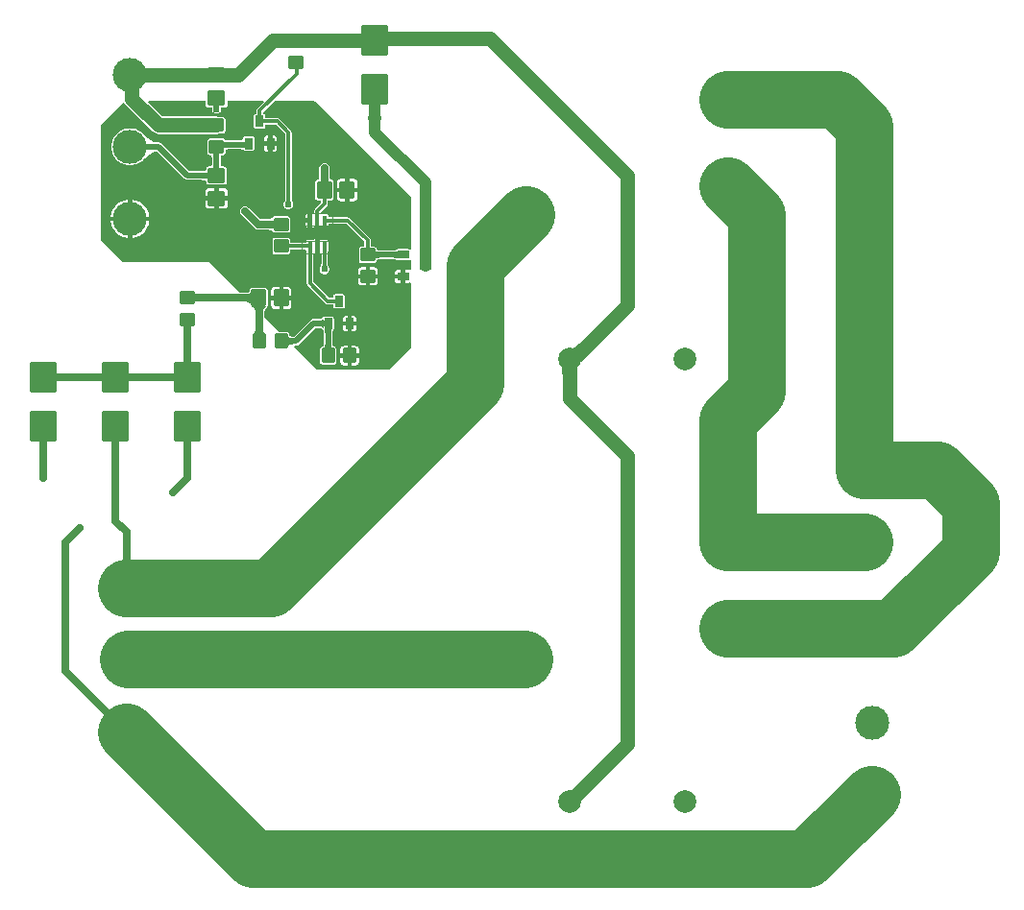
<source format=gtl>
G04*
G04 #@! TF.GenerationSoftware,Altium Limited,Altium Designer,21.3.2 (30)*
G04*
G04 Layer_Physical_Order=1*
G04 Layer_Color=255*
%FSLAX25Y25*%
%MOIN*%
G70*
G04*
G04 #@! TF.SameCoordinates,32D37CD9-B2DB-4459-BEB8-4619D630D6D0*
G04*
G04*
G04 #@! TF.FilePolarity,Positive*
G04*
G01*
G75*
%ADD15C,0.01200*%
%ADD17C,0.00197*%
%ADD18C,0.00394*%
G04:AMPARAMS|DCode=20|XSize=47.24mil|YSize=51.18mil|CornerRadius=3.54mil|HoleSize=0mil|Usage=FLASHONLY|Rotation=0.000|XOffset=0mil|YOffset=0mil|HoleType=Round|Shape=RoundedRectangle|*
%AMROUNDEDRECTD20*
21,1,0.04724,0.04409,0,0,0.0*
21,1,0.04016,0.05118,0,0,0.0*
1,1,0.00709,0.02008,-0.02205*
1,1,0.00709,-0.02008,-0.02205*
1,1,0.00709,-0.02008,0.02205*
1,1,0.00709,0.02008,0.02205*
%
%ADD20ROUNDEDRECTD20*%
G04:AMPARAMS|DCode=21|XSize=96.46mil|YSize=104.33mil|CornerRadius=7.23mil|HoleSize=0mil|Usage=FLASHONLY|Rotation=180.000|XOffset=0mil|YOffset=0mil|HoleType=Round|Shape=RoundedRectangle|*
%AMROUNDEDRECTD21*
21,1,0.09646,0.08986,0,0,180.0*
21,1,0.08199,0.10433,0,0,180.0*
1,1,0.01447,-0.04099,0.04493*
1,1,0.01447,0.04099,0.04493*
1,1,0.01447,0.04099,-0.04493*
1,1,0.01447,-0.04099,-0.04493*
%
%ADD21ROUNDEDRECTD21*%
G04:AMPARAMS|DCode=22|XSize=47.24mil|YSize=51.18mil|CornerRadius=3.54mil|HoleSize=0mil|Usage=FLASHONLY|Rotation=90.000|XOffset=0mil|YOffset=0mil|HoleType=Round|Shape=RoundedRectangle|*
%AMROUNDEDRECTD22*
21,1,0.04724,0.04409,0,0,90.0*
21,1,0.04016,0.05118,0,0,90.0*
1,1,0.00709,0.02205,0.02008*
1,1,0.00709,0.02205,-0.02008*
1,1,0.00709,-0.02205,-0.02008*
1,1,0.00709,-0.02205,0.02008*
%
%ADD22ROUNDEDRECTD22*%
G04:AMPARAMS|DCode=23|XSize=53.15mil|YSize=61.02mil|CornerRadius=3.99mil|HoleSize=0mil|Usage=FLASHONLY|Rotation=180.000|XOffset=0mil|YOffset=0mil|HoleType=Round|Shape=RoundedRectangle|*
%AMROUNDEDRECTD23*
21,1,0.05315,0.05305,0,0,180.0*
21,1,0.04518,0.06102,0,0,180.0*
1,1,0.00797,-0.02259,0.02653*
1,1,0.00797,0.02259,0.02653*
1,1,0.00797,0.02259,-0.02653*
1,1,0.00797,-0.02259,-0.02653*
%
%ADD23ROUNDEDRECTD23*%
G04:AMPARAMS|DCode=24|XSize=53.15mil|YSize=61.02mil|CornerRadius=3.99mil|HoleSize=0mil|Usage=FLASHONLY|Rotation=90.000|XOffset=0mil|YOffset=0mil|HoleType=Round|Shape=RoundedRectangle|*
%AMROUNDEDRECTD24*
21,1,0.05315,0.05305,0,0,90.0*
21,1,0.04518,0.06102,0,0,90.0*
1,1,0.00797,0.02653,0.02259*
1,1,0.00797,0.02653,-0.02259*
1,1,0.00797,-0.02653,-0.02259*
1,1,0.00797,-0.02653,0.02259*
%
%ADD24ROUNDEDRECTD24*%
G04:AMPARAMS|DCode=25|XSize=15.75mil|YSize=33.47mil|CornerRadius=1.97mil|HoleSize=0mil|Usage=FLASHONLY|Rotation=180.000|XOffset=0mil|YOffset=0mil|HoleType=Round|Shape=RoundedRectangle|*
%AMROUNDEDRECTD25*
21,1,0.01575,0.02953,0,0,180.0*
21,1,0.01181,0.03347,0,0,180.0*
1,1,0.00394,-0.00591,0.01476*
1,1,0.00394,0.00591,0.01476*
1,1,0.00394,0.00591,-0.01476*
1,1,0.00394,-0.00591,-0.01476*
%
%ADD25ROUNDEDRECTD25*%
G04:AMPARAMS|DCode=26|XSize=29.53mil|YSize=39.37mil|CornerRadius=2.22mil|HoleSize=0mil|Usage=FLASHONLY|Rotation=180.000|XOffset=0mil|YOffset=0mil|HoleType=Round|Shape=RoundedRectangle|*
%AMROUNDEDRECTD26*
21,1,0.02953,0.03494,0,0,180.0*
21,1,0.02510,0.03937,0,0,180.0*
1,1,0.00443,-0.01255,0.01747*
1,1,0.00443,0.01255,0.01747*
1,1,0.00443,0.01255,-0.01747*
1,1,0.00443,-0.01255,-0.01747*
%
%ADD26ROUNDEDRECTD26*%
G04:AMPARAMS|DCode=27|XSize=29.53mil|YSize=39.37mil|CornerRadius=2.22mil|HoleSize=0mil|Usage=FLASHONLY|Rotation=90.000|XOffset=0mil|YOffset=0mil|HoleType=Round|Shape=RoundedRectangle|*
%AMROUNDEDRECTD27*
21,1,0.02953,0.03494,0,0,90.0*
21,1,0.02510,0.03937,0,0,90.0*
1,1,0.00443,0.01747,0.01255*
1,1,0.00443,0.01747,-0.01255*
1,1,0.00443,-0.01747,-0.01255*
1,1,0.00443,-0.01747,0.01255*
%
%ADD27ROUNDEDRECTD27*%
%ADD28C,0.02000*%
%ADD29C,0.05000*%
%ADD30C,0.02500*%
%ADD31C,0.04000*%
%ADD32C,0.20000*%
%ADD33C,0.16000*%
%ADD34C,0.07874*%
%ADD35C,0.12795*%
%ADD36C,0.11811*%
%ADD37C,0.02400*%
%ADD38C,0.05000*%
G36*
X157500Y257500D02*
Y239450D01*
X157093Y239303D01*
X157000Y239285D01*
X156777Y239435D01*
X156495Y239491D01*
X153001D01*
X152752Y239441D01*
X152730Y239445D01*
X152602Y239357D01*
X152458Y239298D01*
X152437Y239248D01*
X152419Y239233D01*
X152391Y239214D01*
X152368Y239202D01*
X152275Y239169D01*
X152130Y239134D01*
X151950Y239105D01*
X151114Y239045D01*
X150768Y239041D01*
X150741Y239029D01*
X147094D01*
X147068Y239041D01*
X146702Y239051D01*
X146397Y239077D01*
X146142Y239120D01*
X145939Y239174D01*
X145789Y239235D01*
X145691Y239294D01*
X145637Y239344D01*
X145609Y239385D01*
X145593Y239431D01*
X145580Y239557D01*
X145558Y239597D01*
X145510Y239841D01*
X145321Y240124D01*
X145038Y240313D01*
X144705Y240379D01*
X143765D01*
X143757Y240383D01*
X143739Y240385D01*
X143735Y240391D01*
X143710Y240453D01*
X143684Y240553D01*
X143661Y240688D01*
X143647Y240857D01*
X143641Y241071D01*
X143622Y241115D01*
Y242500D01*
X143536Y242929D01*
X143293Y243293D01*
X143293Y243293D01*
X136364Y250222D01*
X136000Y250465D01*
X135571Y250551D01*
X135571Y250551D01*
X129607D01*
X129564Y250570D01*
X129350Y250576D01*
X129181Y250590D01*
X129046Y250613D01*
X128946Y250639D01*
X128884Y250664D01*
X128878Y250668D01*
X128876Y250686D01*
X128860Y250715D01*
Y250905D01*
X128806Y251177D01*
X128652Y251408D01*
X128421Y251562D01*
X128150Y251616D01*
X126969D01*
X126697Y251562D01*
X126682Y251552D01*
X126249Y251749D01*
X126186Y252249D01*
X128293Y254356D01*
X128293Y254356D01*
X128536Y254720D01*
X128622Y255149D01*
Y255695D01*
X128641Y255739D01*
X128647Y255953D01*
X128661Y256122D01*
X128684Y256257D01*
X128710Y256357D01*
X128735Y256419D01*
X128739Y256425D01*
X128757Y256427D01*
X128765Y256431D01*
X129759D01*
X130110Y256501D01*
X130407Y256700D01*
X130605Y256997D01*
X130675Y257347D01*
Y262653D01*
X130605Y263003D01*
X130407Y263300D01*
X130381Y263318D01*
X130376Y263329D01*
X130344Y263342D01*
X130110Y263499D01*
X129759Y263569D01*
X129748D01*
X129721Y263588D01*
X129638Y263682D01*
X129549Y263833D01*
X129465Y264049D01*
X129392Y264331D01*
X129337Y264676D01*
X129303Y265082D01*
X129291Y265560D01*
X129284Y265576D01*
Y267500D01*
X129148Y268183D01*
X128762Y268762D01*
X128183Y269148D01*
X127500Y269284D01*
X126817Y269148D01*
X126238Y268762D01*
X125852Y268183D01*
X125716Y267500D01*
Y265576D01*
X125709Y265560D01*
X125697Y265082D01*
X125663Y264676D01*
X125608Y264331D01*
X125535Y264049D01*
X125451Y263833D01*
X125362Y263682D01*
X125279Y263588D01*
X125251Y263569D01*
X125241D01*
X124890Y263499D01*
X124656Y263342D01*
X124624Y263329D01*
X124619Y263318D01*
X124593Y263300D01*
X124395Y263003D01*
X124325Y262653D01*
Y257347D01*
X124395Y256997D01*
X124593Y256700D01*
X124890Y256501D01*
X125241Y256431D01*
X126235D01*
X126243Y256427D01*
X126261Y256425D01*
X126265Y256419D01*
X126290Y256357D01*
X126316Y256257D01*
X126339Y256122D01*
X126353Y255953D01*
X126359Y255739D01*
X126378Y255695D01*
Y255613D01*
X124207Y253442D01*
X123964Y253078D01*
X123878Y252649D01*
X123878Y252649D01*
Y252357D01*
X123859Y252312D01*
X123856Y252155D01*
X123527Y251921D01*
X123350Y251858D01*
X123191Y251890D01*
Y249429D01*
Y246968D01*
X123420Y247014D01*
X123750Y247234D01*
X124138Y247296D01*
X124409Y247242D01*
X125591D01*
X125862Y247296D01*
X126093Y247450D01*
X126466D01*
X126697Y247296D01*
X126969Y247242D01*
X128150D01*
X128421Y247296D01*
X128652Y247450D01*
X128806Y247681D01*
X128860Y247953D01*
Y248143D01*
X128876Y248172D01*
X128878Y248190D01*
X128884Y248194D01*
X128946Y248219D01*
X129046Y248245D01*
X129181Y248268D01*
X129350Y248283D01*
X129564Y248288D01*
X129607Y248308D01*
X135106D01*
X141378Y242035D01*
Y241115D01*
X141359Y241071D01*
X141353Y240857D01*
X141339Y240688D01*
X141316Y240553D01*
X141290Y240453D01*
X141265Y240391D01*
X141261Y240385D01*
X141243Y240383D01*
X141235Y240379D01*
X140295D01*
X139962Y240313D01*
X139679Y240124D01*
X139490Y239841D01*
X139424Y239508D01*
Y235492D01*
X139490Y235159D01*
X139679Y234876D01*
X139962Y234687D01*
X140295Y234621D01*
X144705D01*
X145038Y234687D01*
X145321Y234876D01*
X145510Y235159D01*
X145558Y235403D01*
X145580Y235443D01*
X145593Y235569D01*
X145609Y235615D01*
X145637Y235656D01*
X145691Y235706D01*
X145789Y235765D01*
X145939Y235826D01*
X146142Y235880D01*
X146397Y235923D01*
X146702Y235949D01*
X147068Y235959D01*
X147094Y235971D01*
X150741D01*
X150768Y235959D01*
X151118Y235955D01*
X151711Y235923D01*
X151939Y235897D01*
X152130Y235866D01*
X152275Y235831D01*
X152368Y235798D01*
X152391Y235786D01*
X152419Y235767D01*
X152437Y235752D01*
X152458Y235702D01*
X152602Y235643D01*
X152730Y235555D01*
X152752Y235559D01*
X153001Y235509D01*
X156495D01*
X156777Y235565D01*
X157000Y235715D01*
X157093Y235697D01*
X157500Y235550D01*
Y232433D01*
X157000Y232166D01*
X156894Y232237D01*
X156495Y232316D01*
X155498D01*
Y230020D01*
Y227723D01*
X156495D01*
X156894Y227803D01*
X157000Y227874D01*
X157500Y227606D01*
Y205000D01*
X150000Y197500D01*
X125000D01*
X117029Y205471D01*
X117236Y205971D01*
X117500D01*
X118085Y206087D01*
X118581Y206419D01*
X124258Y212095D01*
X125237D01*
X125263Y212083D01*
X125571Y212074D01*
X125833Y212051D01*
X126062Y212012D01*
X126258Y211962D01*
X126421Y211901D01*
X126552Y211834D01*
X126655Y211761D01*
X126734Y211685D01*
X126795Y211602D01*
X126863Y211470D01*
X126929Y211414D01*
X126962Y211334D01*
X127012Y211313D01*
X127027Y211295D01*
X127046Y211267D01*
X127058Y211244D01*
X127091Y211151D01*
X127125Y211006D01*
X127155Y210826D01*
X127215Y209990D01*
X127219Y209644D01*
X127230Y209616D01*
Y207094D01*
X127219Y207068D01*
X127209Y206702D01*
X127182Y206397D01*
X127140Y206142D01*
X127086Y205939D01*
X127025Y205789D01*
X126965Y205691D01*
X126915Y205637D01*
X126875Y205609D01*
X126829Y205593D01*
X126703Y205580D01*
X126663Y205558D01*
X126419Y205509D01*
X126136Y205321D01*
X125947Y205038D01*
X125881Y204705D01*
Y200295D01*
X125947Y199962D01*
X126136Y199679D01*
X126419Y199490D01*
X126752Y199424D01*
X130768D01*
X131101Y199490D01*
X131384Y199679D01*
X131572Y199962D01*
X131639Y200295D01*
Y204705D01*
X131572Y205038D01*
X131384Y205321D01*
X131101Y205509D01*
X130857Y205558D01*
X130817Y205580D01*
X130691Y205593D01*
X130645Y205609D01*
X130604Y205637D01*
X130554Y205691D01*
X130495Y205789D01*
X130434Y205939D01*
X130379Y206142D01*
X130337Y206397D01*
X130310Y206702D01*
X130301Y207068D01*
X130289Y207094D01*
Y209616D01*
X130301Y209644D01*
X130305Y209994D01*
X130337Y210587D01*
X130362Y210816D01*
X130394Y211006D01*
X130429Y211151D01*
X130462Y211244D01*
X130473Y211267D01*
X130493Y211295D01*
X130508Y211313D01*
X130558Y211334D01*
X130617Y211478D01*
X130705Y211606D01*
X130701Y211628D01*
X130750Y211877D01*
Y215371D01*
X130694Y215653D01*
X130535Y215891D01*
X130296Y216051D01*
X130015Y216107D01*
X127505D01*
X127223Y216051D01*
X127213Y216044D01*
X127179Y216047D01*
X127081Y215963D01*
X126962Y215914D01*
X126929Y215834D01*
X126863Y215778D01*
X126795Y215646D01*
X126734Y215563D01*
X126655Y215487D01*
X126552Y215415D01*
X126421Y215347D01*
X126258Y215286D01*
X126062Y215236D01*
X125833Y215197D01*
X125571Y215174D01*
X125263Y215165D01*
X125237Y215153D01*
X123624D01*
X123039Y215037D01*
X122543Y214705D01*
X116876Y209039D01*
X116871Y209041D01*
X116506Y209051D01*
X116200Y209077D01*
X115945Y209120D01*
X115742Y209174D01*
X115592Y209235D01*
X115494Y209294D01*
X115440Y209344D01*
X115413Y209385D01*
X115396Y209431D01*
X115383Y209557D01*
X115379Y209565D01*
Y209705D01*
X115313Y210038D01*
X115124Y210321D01*
X114841Y210509D01*
X114508Y210576D01*
X111924D01*
X106607Y215893D01*
Y216922D01*
X106614Y216937D01*
X106624Y217285D01*
X106653Y217590D01*
X106701Y217868D01*
X106765Y218118D01*
X106845Y218341D01*
X106940Y218539D01*
X107049Y218713D01*
X107172Y218866D01*
X107310Y219000D01*
X107491Y219138D01*
X107513Y219176D01*
X107554Y219194D01*
X107589Y219284D01*
X107731Y219497D01*
X107801Y219847D01*
Y225153D01*
X107731Y225503D01*
X107533Y225800D01*
X107236Y225999D01*
X106885Y226069D01*
X102367D01*
X102016Y225999D01*
X101719Y225800D01*
X101521Y225503D01*
X101451Y225153D01*
Y225065D01*
X101447Y225057D01*
X101428Y224883D01*
X101397Y224795D01*
X101345Y224717D01*
X101256Y224634D01*
X101113Y224547D01*
X100908Y224464D01*
X100639Y224392D01*
X100309Y224337D01*
X99919Y224303D01*
X99459Y224291D01*
X99444Y224284D01*
X98216D01*
X87500Y235000D01*
X57500Y235000D01*
X50000Y242500D01*
Y282500D01*
X54046Y286546D01*
X57657Y290157D01*
X58263Y290056D01*
X58590Y289631D01*
X67880Y280341D01*
X68507Y279860D01*
X69236Y279557D01*
X70020Y279454D01*
X90000D01*
X90783Y279557D01*
X90889Y279601D01*
X92205D01*
X92538Y279668D01*
X92821Y279856D01*
X93010Y280139D01*
X93076Y280472D01*
Y284488D01*
X93010Y284822D01*
X92821Y285104D01*
X92538Y285293D01*
X92205Y285359D01*
X90889D01*
X90783Y285403D01*
X90000Y285506D01*
X71273D01*
X66241Y290538D01*
X66433Y291000D01*
X86125Y291000D01*
Y289867D01*
X86218Y289399D01*
X86483Y289003D01*
X86880Y288738D01*
X87347Y288645D01*
X88424D01*
X88454Y288256D01*
X88459Y287991D01*
X88484Y287933D01*
X88587Y287415D01*
X88919Y286919D01*
X89415Y286587D01*
X90000Y286471D01*
X90585Y286587D01*
X91081Y286919D01*
X91413Y287415D01*
X91514Y287922D01*
X91541Y287981D01*
X91559Y288496D01*
X91575Y288645D01*
X92653D01*
X93120Y288738D01*
X93517Y289003D01*
X93782Y289399D01*
X93875Y289867D01*
Y291000D01*
X95466D01*
X106261D01*
X106452Y290538D01*
X104207Y288293D01*
X103964Y287929D01*
X103878Y287500D01*
X103878Y287500D01*
Y287108D01*
X103859Y287064D01*
X103853Y286850D01*
X103839Y286681D01*
X103816Y286546D01*
X103790Y286446D01*
X103765Y286384D01*
X103761Y286378D01*
X103743Y286376D01*
X103691Y286348D01*
X103464Y286303D01*
X103225Y286143D01*
X103066Y285905D01*
X103009Y285623D01*
Y282129D01*
X103066Y281847D01*
X103225Y281609D01*
X103464Y281449D01*
X103745Y281393D01*
X106255D01*
X106536Y281449D01*
X106775Y281609D01*
X106934Y281847D01*
X106991Y282129D01*
Y282587D01*
X107008Y282619D01*
X107010Y282637D01*
X107016Y282641D01*
X107078Y282666D01*
X107177Y282692D01*
X107313Y282715D01*
X107482Y282729D01*
X107696Y282735D01*
X107739Y282754D01*
X110659D01*
X113878Y279535D01*
Y256822D01*
X113859Y256780D01*
X113850Y256549D01*
X113842Y256470D01*
X113830Y256399D01*
X113817Y256340D01*
X113803Y256295D01*
X113791Y256265D01*
X113781Y256247D01*
X113778Y256241D01*
X113755Y256216D01*
X113725Y256129D01*
X113559Y255963D01*
X113300Y255338D01*
Y254662D01*
X113559Y254037D01*
X114037Y253559D01*
X114662Y253300D01*
X115338D01*
X115963Y253559D01*
X116441Y254037D01*
X116700Y254662D01*
Y255338D01*
X116441Y255963D01*
X116275Y256129D01*
X116245Y256216D01*
X116222Y256241D01*
X116218Y256247D01*
X116209Y256265D01*
X116197Y256295D01*
X116183Y256340D01*
X116170Y256399D01*
X116159Y256464D01*
X116143Y256657D01*
X116141Y256769D01*
X116122Y256814D01*
Y280000D01*
X116036Y280429D01*
X115793Y280793D01*
X115793Y280793D01*
X111917Y284669D01*
X111553Y284912D01*
X111124Y284998D01*
X111124Y284998D01*
X107739D01*
X107696Y285017D01*
X107482Y285023D01*
X107313Y285037D01*
X107177Y285060D01*
X107078Y285086D01*
X107016Y285111D01*
X107010Y285115D01*
X107008Y285133D01*
X106991Y285165D01*
Y285623D01*
X106934Y285905D01*
X106775Y286143D01*
X106536Y286303D01*
X106309Y286348D01*
X106257Y286376D01*
X106239Y286378D01*
X106235Y286384D01*
X106210Y286446D01*
X106184Y286546D01*
X106161Y286681D01*
X106147Y286850D01*
X106141Y287055D01*
X110086Y291000D01*
X124000Y291000D01*
X157500Y257500D01*
D02*
G37*
G36*
X143106Y240827D02*
X143124Y240621D01*
X143154Y240439D01*
X143196Y240281D01*
X143250Y240148D01*
X143316Y240039D01*
X143394Y239954D01*
X143484Y239893D01*
X143586Y239857D01*
X143700Y239845D01*
X143123D01*
X143208Y238207D01*
X141793D01*
X141813Y238247D01*
X141831Y238325D01*
X141847Y238440D01*
X141873Y238784D01*
X141892Y239845D01*
X141300D01*
X141414Y239857D01*
X141516Y239893D01*
X141606Y239954D01*
X141684Y240039D01*
X141750Y240148D01*
X141804Y240281D01*
X141846Y240439D01*
X141876Y240621D01*
X141894Y240827D01*
X141900Y241057D01*
X143100D01*
X143106Y240827D01*
D02*
G37*
G36*
X152841Y236085D02*
X152789Y236164D01*
X152703Y236234D01*
X152583Y236297D01*
X152427Y236350D01*
X152238Y236396D01*
X152014Y236434D01*
X151756Y236463D01*
X151136Y236496D01*
X150774Y236500D01*
Y238500D01*
X151136Y238504D01*
X152014Y238566D01*
X152238Y238604D01*
X152427Y238650D01*
X152583Y238703D01*
X152703Y238766D01*
X152789Y238836D01*
X152841Y238915D01*
Y236085D01*
D02*
G37*
G36*
X145062Y239310D02*
X145122Y239140D01*
X145223Y238990D01*
X145364Y238860D01*
X145545Y238750D01*
X145766Y238660D01*
X146028Y238590D01*
X146329Y238540D01*
X146671Y238510D01*
X147054Y238500D01*
Y236500D01*
X146671Y236490D01*
X146329Y236460D01*
X146028Y236410D01*
X145766Y236340D01*
X145545Y236250D01*
X145364Y236140D01*
X145223Y236010D01*
X145122Y235860D01*
X145062Y235690D01*
X145042Y235500D01*
Y239500D01*
X145062Y239310D01*
D02*
G37*
G36*
X101985Y220000D02*
X101960Y220237D01*
X101884Y220450D01*
X101759Y220637D01*
X101583Y220800D01*
X101357Y220937D01*
X101081Y221050D01*
X100754Y221137D01*
X100377Y221200D01*
X99950Y221237D01*
X99473Y221250D01*
Y223750D01*
X99950Y223762D01*
X100377Y223800D01*
X100754Y223863D01*
X101081Y223950D01*
X101357Y224062D01*
X101583Y224200D01*
X101759Y224362D01*
X101884Y224550D01*
X101960Y224763D01*
X101985Y225000D01*
Y220000D01*
D02*
G37*
G36*
X106956Y219411D02*
X106771Y219231D01*
X106607Y219027D01*
X106465Y218800D01*
X106345Y218550D01*
X106247Y218277D01*
X106171Y217981D01*
X106116Y217662D01*
X106084Y217319D01*
X106073Y216953D01*
X103573D01*
X103560Y217437D01*
X103523Y217868D01*
X103461Y218249D01*
X103373Y218578D01*
X103261Y218856D01*
X103124Y219082D01*
X102962Y219257D01*
X102774Y219381D01*
X102562Y219453D01*
X102325Y219474D01*
X107164Y219569D01*
X106956Y219411D01*
D02*
G37*
G36*
X106085Y212204D02*
X106121Y211874D01*
X106181Y211564D01*
X106265Y211274D01*
X106373Y211003D01*
X106505Y210753D01*
X106662Y210523D01*
X106842Y210313D01*
X107046Y210122D01*
X107274Y209951D01*
X102765D01*
X102919Y210075D01*
X103056Y210228D01*
X103177Y210412D01*
X103282Y210627D01*
X103371Y210872D01*
X103444Y211147D01*
X103500Y211453D01*
X103541Y211790D01*
X103565Y212157D01*
X103573Y212554D01*
X106073D01*
X106085Y212204D01*
D02*
G37*
G36*
X127345Y211717D02*
X130175D01*
X130096Y211665D01*
X130026Y211579D01*
X129963Y211458D01*
X129909Y211303D01*
X129864Y211114D01*
X129826Y210890D01*
X129797Y210632D01*
X129764Y210012D01*
X129760Y209650D01*
X127760D01*
X127756Y210012D01*
X127693Y210890D01*
X127656Y211114D01*
X127610Y211303D01*
X127556Y211458D01*
X127494Y211579D01*
X127424Y211665D01*
X127345Y211717D01*
X127256Y211889D01*
X127142Y212043D01*
X127001Y212179D01*
X126834Y212297D01*
X126640Y212397D01*
X126420Y212479D01*
X126174Y212542D01*
X125902Y212588D01*
X125603Y212615D01*
X125278Y212624D01*
Y214624D01*
X125603Y214633D01*
X125902Y214660D01*
X126174Y214706D01*
X126420Y214769D01*
X126640Y214851D01*
X126834Y214951D01*
X127001Y215069D01*
X127142Y215205D01*
X127256Y215359D01*
X127345Y215531D01*
Y211717D01*
D02*
G37*
G36*
X114865Y209310D02*
X114925Y209140D01*
X115026Y208990D01*
X115167Y208860D01*
X115348Y208750D01*
X115569Y208660D01*
X115831Y208590D01*
X116133Y208540D01*
X116475Y208510D01*
X116857Y208500D01*
Y206500D01*
X116475Y206490D01*
X116133Y206460D01*
X115831Y206410D01*
X115569Y206340D01*
X115348Y206250D01*
X115167Y206140D01*
X115026Y206010D01*
X114925Y205860D01*
X114865Y205690D01*
X114845Y205500D01*
Y209500D01*
X114865Y209310D01*
D02*
G37*
G36*
X219271Y203235D02*
X216319Y200396D01*
X213429Y205089D01*
X213540Y205082D01*
X213675Y205110D01*
X213832Y205173D01*
X214012Y205272D01*
X214215Y205407D01*
X214441Y205576D01*
X214962Y206022D01*
X215573Y206609D01*
X219271Y203235D01*
D02*
G37*
G36*
X129770Y206672D02*
X129800Y206329D01*
X129850Y206028D01*
X129920Y205766D01*
X130010Y205545D01*
X130120Y205364D01*
X130250Y205223D01*
X130400Y205122D01*
X130570Y205062D01*
X130760Y205042D01*
X126760D01*
X126950Y205062D01*
X127120Y205122D01*
X127270Y205223D01*
X127400Y205364D01*
X127510Y205545D01*
X127600Y205766D01*
X127670Y206028D01*
X127720Y206329D01*
X127750Y206672D01*
X127760Y207054D01*
X129760D01*
X129770Y206672D01*
D02*
G37*
G36*
X215188Y198385D02*
X215144Y198272D01*
X215106Y198117D01*
X215072Y197921D01*
X215021Y197403D01*
X214990Y196717D01*
X214980Y195864D01*
X209980D01*
X209978Y196311D01*
X209855Y198117D01*
X209817Y198272D01*
X209773Y198385D01*
X209724Y198456D01*
X215236D01*
X215188Y198385D01*
D02*
G37*
%LPC*%
G36*
X109995Y278912D02*
X109490D01*
Y276874D01*
X111037D01*
Y277871D01*
X110957Y278270D01*
X110731Y278608D01*
X110394Y278833D01*
X109995Y278912D01*
D02*
G37*
G36*
X107990D02*
X107485D01*
X107087Y278833D01*
X106749Y278608D01*
X106523Y278270D01*
X106444Y277871D01*
Y276874D01*
X107990D01*
Y278912D01*
D02*
G37*
G36*
X60631Y281405D02*
X59369D01*
X58132Y281159D01*
X56966Y280677D01*
X55917Y279976D01*
X55024Y279083D01*
X54324Y278034D01*
X53841Y276868D01*
X53594Y275631D01*
Y274369D01*
X53841Y273132D01*
X54324Y271966D01*
X55024Y270917D01*
X55917Y270024D01*
X56966Y269323D01*
X58132Y268841D01*
X59369Y268595D01*
X60631D01*
X61868Y268841D01*
X63034Y269323D01*
X64083Y270024D01*
X64500Y270441D01*
X64597Y270481D01*
X65190Y271065D01*
X66311Y272043D01*
X66826Y272429D01*
X67321Y272754D01*
X67788Y273015D01*
X68228Y273214D01*
X68637Y273352D01*
X69015Y273432D01*
X69379Y273458D01*
X78919Y263919D01*
X79415Y263587D01*
X80000Y263471D01*
X84913D01*
X84939Y263459D01*
X85305Y263449D01*
X85610Y263423D01*
X85865Y263380D01*
X86068Y263326D01*
X86218Y263265D01*
X86316Y263206D01*
X86370Y263156D01*
X86397Y263115D01*
X86414Y263069D01*
X86427Y262943D01*
X86431Y262935D01*
Y262741D01*
X86501Y262390D01*
X86700Y262093D01*
X86997Y261895D01*
X87347Y261825D01*
X92653D01*
X93003Y261895D01*
X93300Y262093D01*
X93499Y262390D01*
X93569Y262741D01*
Y267259D01*
X93499Y267610D01*
X93300Y267907D01*
X93003Y268105D01*
X92653Y268175D01*
X92065D01*
X92057Y268179D01*
X91931Y268193D01*
X91885Y268209D01*
X91844Y268236D01*
X91794Y268290D01*
X91735Y268388D01*
X91674Y268538D01*
X91620Y268741D01*
X91577Y268997D01*
X91551Y269302D01*
X91541Y269667D01*
X91529Y269693D01*
Y270603D01*
X91541Y270629D01*
X91551Y270994D01*
X91577Y271300D01*
X91620Y271555D01*
X91674Y271758D01*
X91735Y271908D01*
X91794Y272006D01*
X91844Y272060D01*
X91885Y272087D01*
X91931Y272104D01*
X92057Y272117D01*
X92065Y272121D01*
X92205D01*
X92538Y272187D01*
X92821Y272376D01*
X93010Y272659D01*
X93076Y272992D01*
Y273683D01*
X93081Y273694D01*
X93091Y273818D01*
X93105Y273860D01*
X93129Y273897D01*
X93180Y273944D01*
X93276Y274003D01*
X93426Y274063D01*
X93631Y274118D01*
X93889Y274160D01*
X94197Y274187D01*
X94568Y274197D01*
X94594Y274208D01*
X97743D01*
X97770Y274197D01*
X98110Y274192D01*
X98685Y274152D01*
X98903Y274121D01*
X99086Y274083D01*
X99225Y274041D01*
X99316Y274002D01*
X99358Y273975D01*
X99381Y273938D01*
X99439Y273895D01*
X99468Y273828D01*
X99600Y273776D01*
X99714Y273692D01*
X99736Y273695D01*
X100005Y273641D01*
X102515D01*
X102796Y273697D01*
X103035Y273857D01*
X103194Y274096D01*
X103250Y274377D01*
Y277871D01*
X103194Y278153D01*
X103035Y278391D01*
X102796Y278551D01*
X102515Y278607D01*
X100005D01*
X99723Y278551D01*
X99485Y278391D01*
X99325Y278153D01*
X99269Y277871D01*
Y277821D01*
X99251Y277787D01*
X99240Y277662D01*
X99225Y277618D01*
X99200Y277580D01*
X99147Y277532D01*
X99051Y277473D01*
X98901Y277412D01*
X98697Y277357D01*
X98440Y277315D01*
X98133Y277288D01*
X97764Y277279D01*
X97738Y277267D01*
X94589D01*
X94562Y277279D01*
X94239Y277284D01*
X93684Y277323D01*
X93467Y277354D01*
X93280Y277393D01*
X93130Y277436D01*
X93019Y277481D01*
X92947Y277521D01*
X92913Y277548D01*
X92865Y277605D01*
X92837Y277619D01*
X92824Y277647D01*
X92734Y277682D01*
X92538Y277813D01*
X92205Y277879D01*
X87795D01*
X87462Y277813D01*
X87179Y277624D01*
X86990Y277341D01*
X86924Y277008D01*
Y272992D01*
X86990Y272659D01*
X87179Y272376D01*
X87462Y272187D01*
X87795Y272121D01*
X87935D01*
X87943Y272117D01*
X88069Y272104D01*
X88115Y272087D01*
X88156Y272060D01*
X88206Y272006D01*
X88265Y271908D01*
X88326Y271758D01*
X88380Y271555D01*
X88423Y271300D01*
X88449Y270994D01*
X88459Y270629D01*
X88471Y270603D01*
Y269693D01*
X88459Y269667D01*
X88449Y269302D01*
X88423Y268997D01*
X88380Y268741D01*
X88326Y268538D01*
X88265Y268388D01*
X88206Y268290D01*
X88156Y268236D01*
X88115Y268209D01*
X88069Y268193D01*
X87943Y268179D01*
X87935Y268175D01*
X87347D01*
X86997Y268105D01*
X86700Y267907D01*
X86501Y267610D01*
X86431Y267259D01*
Y267065D01*
X86427Y267057D01*
X86414Y266931D01*
X86397Y266885D01*
X86370Y266844D01*
X86316Y266794D01*
X86218Y266735D01*
X86068Y266674D01*
X85865Y266620D01*
X85610Y266577D01*
X85305Y266551D01*
X84939Y266541D01*
X84913Y266529D01*
X80633D01*
X71081Y276081D01*
X70585Y276413D01*
X70000Y276529D01*
X69424D01*
X69403Y276540D01*
X69015Y276568D01*
X68637Y276648D01*
X68228Y276786D01*
X67788Y276985D01*
X67321Y277246D01*
X66826Y277571D01*
X66311Y277957D01*
X65190Y278935D01*
X64597Y279519D01*
X64500Y279559D01*
X64083Y279976D01*
X63034Y280677D01*
X61868Y281159D01*
X60631Y281405D01*
D02*
G37*
G36*
X111037Y275374D02*
X109490D01*
Y273336D01*
X109995D01*
X110394Y273415D01*
X110731Y273640D01*
X110957Y273978D01*
X111037Y274377D01*
Y275374D01*
D02*
G37*
G36*
X107990D02*
X106444D01*
Y274377D01*
X106523Y273978D01*
X106749Y273640D01*
X107087Y273415D01*
X107485Y273336D01*
X107990D01*
Y275374D01*
D02*
G37*
G36*
X137633Y263875D02*
X136124D01*
Y260750D01*
X138855D01*
Y262653D01*
X138762Y263120D01*
X138497Y263517D01*
X138101Y263782D01*
X137633Y263875D01*
D02*
G37*
G36*
X134624D02*
X133115D01*
X132648Y263782D01*
X132251Y263517D01*
X131986Y263120D01*
X131893Y262653D01*
Y260750D01*
X134624D01*
Y263875D01*
D02*
G37*
G36*
X92653Y260607D02*
X90750D01*
Y257876D01*
X93875D01*
Y259385D01*
X93782Y259853D01*
X93517Y260249D01*
X93120Y260514D01*
X92653Y260607D01*
D02*
G37*
G36*
X89250D02*
X87347D01*
X86880Y260514D01*
X86483Y260249D01*
X86218Y259853D01*
X86125Y259385D01*
Y257876D01*
X89250D01*
Y260607D01*
D02*
G37*
G36*
X138855Y259250D02*
X136124D01*
Y256125D01*
X137633D01*
X138101Y256218D01*
X138497Y256483D01*
X138762Y256880D01*
X138855Y257347D01*
Y259250D01*
D02*
G37*
G36*
X134624D02*
X131893D01*
Y257347D01*
X131986Y256880D01*
X132251Y256483D01*
X132648Y256218D01*
X133115Y256125D01*
X134624D01*
Y259250D01*
D02*
G37*
G36*
X93875Y256376D02*
X90750D01*
Y253645D01*
X92653D01*
X93120Y253738D01*
X93517Y254003D01*
X93782Y254399D01*
X93875Y254867D01*
Y256376D01*
D02*
G37*
G36*
X89250D02*
X86125D01*
Y254867D01*
X86218Y254399D01*
X86483Y254003D01*
X86880Y253738D01*
X87347Y253645D01*
X89250D01*
Y256376D01*
D02*
G37*
G36*
X60750Y256688D02*
Y250750D01*
X66688D01*
X66448Y251956D01*
X65942Y253176D01*
X65209Y254275D01*
X64275Y255208D01*
X63176Y255942D01*
X61956Y256448D01*
X60750Y256688D01*
D02*
G37*
G36*
X59250D02*
X58044Y256448D01*
X56824Y255942D01*
X55726Y255208D01*
X54791Y254275D01*
X54058Y253176D01*
X53552Y251956D01*
X53312Y250750D01*
X59250D01*
Y256688D01*
D02*
G37*
G36*
X121691Y251890D02*
X121461Y251845D01*
X121132Y251624D01*
X120911Y251294D01*
X120834Y250905D01*
Y250179D01*
X121691D01*
Y251890D01*
D02*
G37*
G36*
Y248679D02*
X120834D01*
Y247953D01*
X120911Y247564D01*
X121132Y247234D01*
X121461Y247014D01*
X121691Y246968D01*
Y248679D01*
D02*
G37*
G36*
X100000Y254284D02*
X99317Y254149D01*
X98738Y253762D01*
X98352Y253183D01*
X98216Y252500D01*
X98352Y251817D01*
X98738Y251238D01*
X103187Y246790D01*
X103766Y246403D01*
X104449Y246267D01*
X107417D01*
X107432Y246260D01*
X107789Y246251D01*
X108103Y246223D01*
X108388Y246179D01*
X108642Y246119D01*
X108866Y246045D01*
X109062Y245957D01*
X109230Y245859D01*
X109373Y245749D01*
X109495Y245629D01*
X109619Y245466D01*
X109652Y245448D01*
X109666Y245414D01*
X109755Y245377D01*
X109962Y245238D01*
X110295Y245172D01*
X114705D01*
X115038Y245238D01*
X115321Y245427D01*
X115509Y245710D01*
X115576Y246043D01*
Y250059D01*
X115509Y250392D01*
X115321Y250675D01*
X115038Y250864D01*
X114705Y250930D01*
X110295D01*
X109962Y250864D01*
X109755Y250725D01*
X109666Y250689D01*
X109652Y250654D01*
X109619Y250636D01*
X109495Y250474D01*
X109373Y250353D01*
X109230Y250243D01*
X109062Y250145D01*
X108866Y250058D01*
X108642Y249983D01*
X108388Y249923D01*
X108103Y249879D01*
X107789Y249852D01*
X107432Y249842D01*
X107417Y249835D01*
X105188D01*
X101262Y253762D01*
X100683Y254149D01*
X100000Y254284D01*
D02*
G37*
G36*
X66688Y249250D02*
X60750D01*
Y243312D01*
X61956Y243552D01*
X63176Y244058D01*
X64275Y244792D01*
X65209Y245725D01*
X65942Y246824D01*
X66448Y248044D01*
X66688Y249250D01*
D02*
G37*
G36*
X59250D02*
X53312D01*
X53552Y248044D01*
X54058Y246824D01*
X54791Y245725D01*
X55726Y244792D01*
X56824Y244058D01*
X58044Y243552D01*
X59250Y243312D01*
Y249250D01*
D02*
G37*
G36*
X114705Y243450D02*
X110295D01*
X109962Y243384D01*
X109679Y243195D01*
X109491Y242912D01*
X109424Y242579D01*
Y238563D01*
X109491Y238230D01*
X109679Y237947D01*
X109962Y237758D01*
X110295Y237692D01*
X114705D01*
X115038Y237758D01*
X115321Y237947D01*
X115509Y238230D01*
X115576Y238563D01*
Y239306D01*
X115580Y239314D01*
X115582Y239332D01*
X115588Y239335D01*
X115650Y239361D01*
X115750Y239387D01*
X115885Y239409D01*
X116054Y239424D01*
X116268Y239430D01*
X116312Y239449D01*
X120393D01*
X120436Y239430D01*
X120650Y239424D01*
X120819Y239409D01*
X120954Y239387D01*
X121059Y239174D01*
X121169Y238922D01*
X121178Y238903D01*
X121194Y238823D01*
X121238Y238757D01*
X121239Y238750D01*
X121237Y238734D01*
X121240Y238721D01*
X121299Y237906D01*
X121300Y237695D01*
X121319Y237649D01*
Y227559D01*
X121319Y227559D01*
X121405Y227130D01*
X121648Y226766D01*
X127831Y220583D01*
X128195Y220340D01*
X128624Y220254D01*
X128624Y220254D01*
X129761D01*
X129804Y220235D01*
X130018Y220229D01*
X130187Y220215D01*
X130323Y220192D01*
X130422Y220166D01*
X130484Y220141D01*
X130490Y220137D01*
X130492Y220119D01*
X130509Y220087D01*
Y219629D01*
X130566Y219347D01*
X130725Y219109D01*
X130964Y218949D01*
X131245Y218893D01*
X133755D01*
X134036Y218949D01*
X134275Y219109D01*
X134434Y219347D01*
X134491Y219629D01*
Y223123D01*
X134434Y223405D01*
X134275Y223643D01*
X134036Y223803D01*
X133755Y223859D01*
X131245D01*
X130964Y223803D01*
X130725Y223643D01*
X130566Y223405D01*
X130509Y223123D01*
Y222665D01*
X130492Y222633D01*
X130490Y222615D01*
X130484Y222611D01*
X130422Y222586D01*
X130323Y222560D01*
X130187Y222537D01*
X130018Y222523D01*
X129804Y222517D01*
X129761Y222498D01*
X129089D01*
X123563Y228024D01*
Y237643D01*
X123582Y237688D01*
X123585Y237845D01*
X123914Y238080D01*
X124091Y238141D01*
X124250Y238110D01*
Y240571D01*
Y243032D01*
X124021Y242986D01*
X123691Y242766D01*
X123303Y242704D01*
X123031Y242758D01*
X121850D01*
X121579Y242704D01*
X121348Y242550D01*
X121194Y242319D01*
X121140Y242047D01*
Y241857D01*
X121124Y241828D01*
X121122Y241810D01*
X121116Y241806D01*
X121054Y241781D01*
X120954Y241755D01*
X120819Y241732D01*
X120650Y241718D01*
X120436Y241712D01*
X120393Y241692D01*
X116312D01*
X116268Y241712D01*
X116054Y241718D01*
X115885Y241732D01*
X115750Y241755D01*
X115650Y241781D01*
X115588Y241806D01*
X115582Y241810D01*
X115580Y241828D01*
X115576Y241836D01*
Y242579D01*
X115509Y242912D01*
X115321Y243195D01*
X115038Y243384D01*
X114705Y243450D01*
D02*
G37*
G36*
X125750Y243032D02*
Y240571D01*
Y238110D01*
X125872Y238134D01*
X126166Y238011D01*
X126388Y237827D01*
X126388Y237708D01*
X126408Y237661D01*
Y234339D01*
X126389Y234297D01*
X126380Y234067D01*
X126371Y233990D01*
X126359Y233920D01*
X126346Y233863D01*
X126332Y233820D01*
X126320Y233791D01*
X126311Y233775D01*
X126308Y233771D01*
X126285Y233746D01*
X126251Y233656D01*
X126059Y233463D01*
X125800Y232838D01*
Y232162D01*
X126059Y231537D01*
X126537Y231059D01*
X127162Y230800D01*
X127838D01*
X128463Y231059D01*
X128941Y231537D01*
X129200Y232162D01*
Y232838D01*
X128941Y233463D01*
X128800Y233604D01*
X128774Y233686D01*
X128752Y233712D01*
X128748Y233718D01*
X128738Y233737D01*
X128726Y233770D01*
X128712Y233816D01*
X128699Y233876D01*
X128688Y233943D01*
X128673Y234139D01*
X128671Y234251D01*
X128651Y234296D01*
Y237642D01*
X128671Y237687D01*
X128670Y237689D01*
X128671Y237690D01*
X128672Y237911D01*
X128684Y238276D01*
X128708Y238540D01*
X128720Y238618D01*
X128730Y238662D01*
X128744Y238703D01*
X128743Y238728D01*
X128806Y238823D01*
X128815Y238869D01*
X128829Y238894D01*
X128824Y238912D01*
X128832Y238951D01*
X128832Y238953D01*
X128832Y238953D01*
X128860Y239094D01*
Y242047D01*
X128806Y242319D01*
X128652Y242550D01*
X128421Y242704D01*
X128150Y242758D01*
X126969D01*
X126697Y242704D01*
X126309Y242766D01*
X125979Y242986D01*
X125750Y243032D01*
D02*
G37*
G36*
X144705Y233205D02*
X143250D01*
Y230770D01*
X145882D01*
Y232028D01*
X145792Y232478D01*
X145537Y232860D01*
X145155Y233115D01*
X144705Y233205D01*
D02*
G37*
G36*
X153998Y232316D02*
X153001D01*
X152602Y232237D01*
X152265Y232011D01*
X152039Y231673D01*
X151960Y231275D01*
Y230770D01*
X153998D01*
Y232316D01*
D02*
G37*
G36*
X141750Y233205D02*
X140295D01*
X139845Y233115D01*
X139463Y232860D01*
X139208Y232478D01*
X139118Y232028D01*
Y230770D01*
X141750D01*
Y233205D01*
D02*
G37*
G36*
X153998Y229270D02*
X151960D01*
Y228765D01*
X152039Y228366D01*
X152265Y228028D01*
X152602Y227803D01*
X153001Y227723D01*
X153998D01*
Y229270D01*
D02*
G37*
G36*
X145882D02*
X143250D01*
Y226835D01*
X144705D01*
X145155Y226924D01*
X145537Y227180D01*
X145792Y227561D01*
X145882Y228012D01*
Y229270D01*
D02*
G37*
G36*
X141750D02*
X139118D01*
Y228012D01*
X139208Y227561D01*
X139463Y227180D01*
X139845Y226924D01*
X140295Y226835D01*
X141750D01*
Y229270D01*
D02*
G37*
G36*
X114759Y226375D02*
X113250D01*
Y223250D01*
X115981D01*
Y225153D01*
X115888Y225620D01*
X115623Y226017D01*
X115226Y226282D01*
X114759Y226375D01*
D02*
G37*
G36*
X111750D02*
X110241D01*
X109774Y226282D01*
X109377Y226017D01*
X109112Y225620D01*
X109019Y225153D01*
Y223250D01*
X111750D01*
Y226375D01*
D02*
G37*
G36*
X115981Y221750D02*
X113250D01*
Y218625D01*
X114759D01*
X115226Y218718D01*
X115623Y218983D01*
X115888Y219380D01*
X115981Y219847D01*
Y221750D01*
D02*
G37*
G36*
X111750D02*
X109019D01*
Y219847D01*
X109112Y219380D01*
X109377Y218983D01*
X109774Y218718D01*
X110241Y218625D01*
X111750D01*
Y221750D01*
D02*
G37*
G36*
X137495Y216412D02*
X136990D01*
Y214374D01*
X138537D01*
Y215371D01*
X138457Y215770D01*
X138232Y216108D01*
X137894Y216333D01*
X137495Y216412D01*
D02*
G37*
G36*
X135490D02*
X134985D01*
X134587Y216333D01*
X134249Y216108D01*
X134023Y215770D01*
X133944Y215371D01*
Y214374D01*
X135490D01*
Y216412D01*
D02*
G37*
G36*
X138537Y212874D02*
X136990D01*
Y210836D01*
X137495D01*
X137894Y210915D01*
X138232Y211140D01*
X138457Y211478D01*
X138537Y211877D01*
Y212874D01*
D02*
G37*
G36*
X135490D02*
X133944D01*
Y211877D01*
X134023Y211478D01*
X134249Y211140D01*
X134587Y210915D01*
X134985Y210836D01*
X135490D01*
Y212874D01*
D02*
G37*
G36*
X138248Y205882D02*
X136990D01*
Y203250D01*
X139425D01*
Y204705D01*
X139335Y205155D01*
X139080Y205537D01*
X138698Y205792D01*
X138248Y205882D01*
D02*
G37*
G36*
X135490D02*
X134232D01*
X133782Y205792D01*
X133400Y205537D01*
X133145Y205155D01*
X133055Y204705D01*
Y203250D01*
X135490D01*
Y205882D01*
D02*
G37*
G36*
X139425Y201750D02*
X136990D01*
Y199118D01*
X138248D01*
X138698Y199208D01*
X139080Y199463D01*
X139335Y199845D01*
X139425Y200295D01*
Y201750D01*
D02*
G37*
G36*
X135490D02*
X133055D01*
Y200295D01*
X133145Y199845D01*
X133400Y199463D01*
X133782Y199208D01*
X134232Y199118D01*
X135490D01*
Y201750D01*
D02*
G37*
%LPD*%
G36*
X123148Y238931D02*
X123125Y238885D01*
X123106Y238817D01*
X123089Y238726D01*
X123074Y238612D01*
X123053Y238315D01*
X123041Y237698D01*
X121841D01*
X121840Y237927D01*
X121776Y238817D01*
X121756Y238885D01*
X121734Y238931D01*
X121709Y238953D01*
X123173D01*
X123148Y238931D01*
D02*
G37*
G36*
X131030Y220176D02*
X131018Y220290D01*
X130982Y220392D01*
X130921Y220482D01*
X130836Y220560D01*
X130727Y220626D01*
X130594Y220680D01*
X130437Y220722D01*
X130255Y220752D01*
X130049Y220770D01*
X129818Y220776D01*
Y221976D01*
X130049Y221982D01*
X130255Y222000D01*
X130437Y222030D01*
X130594Y222072D01*
X130727Y222126D01*
X130836Y222192D01*
X130921Y222270D01*
X130982Y222360D01*
X131018Y222462D01*
X131030Y222576D01*
Y220176D01*
D02*
G37*
G36*
X128260Y238928D02*
X128233Y238881D01*
X128209Y238812D01*
X128188Y238720D01*
X128170Y238605D01*
X128144Y238308D01*
X128131Y237922D01*
X128129Y237694D01*
X126929Y237711D01*
X126928Y237939D01*
X126864Y238890D01*
X126847Y238933D01*
X126827Y238953D01*
X128291D01*
X128260Y238928D01*
D02*
G37*
G36*
X128129Y234242D02*
X128132Y234112D01*
X128150Y233880D01*
X128166Y233776D01*
X128187Y233682D01*
X128213Y233595D01*
X128243Y233518D01*
X128278Y233449D01*
X128317Y233388D01*
X128361Y233336D01*
X126681Y233377D01*
X126728Y233428D01*
X126771Y233487D01*
X126808Y233556D01*
X126840Y233632D01*
X126867Y233718D01*
X126890Y233812D01*
X126907Y233915D01*
X126920Y234026D01*
X126929Y234276D01*
X128129Y234242D01*
D02*
G37*
D15*
X125000Y249429D02*
Y252649D01*
X127500Y255149D01*
Y260000D01*
X115000Y255000D02*
Y280000D01*
X105000Y283876D02*
X111124D01*
X115000Y280000D01*
X105000Y287500D02*
X117860Y300360D01*
X105000Y283876D02*
Y287500D01*
X117860Y300360D02*
Y304640D01*
X117500Y305000D02*
X117860Y304640D01*
X127530Y232529D02*
Y240541D01*
X127500Y232500D02*
X127530Y232529D01*
X142500Y237500D02*
Y242500D01*
X127559Y249429D02*
X135571D01*
X142500Y242500D01*
X122441Y240000D02*
Y240571D01*
Y227559D02*
Y240000D01*
X112520Y240571D02*
X122441D01*
X112500Y240020D02*
X112520Y240000D01*
X122441Y227559D02*
X128624Y221376D01*
X132500D01*
X127530Y240541D02*
X127559Y240571D01*
D17*
X124319Y242500D02*
X125303D01*
X125500Y242697D01*
Y243090D01*
X125303Y243287D01*
X124319D01*
X125500Y243681D02*
Y244074D01*
Y243878D01*
X124319D01*
X124516Y243681D01*
X119685Y237913D02*
X130315D01*
X119685Y252087D02*
X130315D01*
X119685Y237913D02*
Y252087D01*
X130315Y237913D02*
Y252087D01*
D18*
X120768Y242244D02*
X129232D01*
X120768Y247756D02*
X129232D01*
X120768Y242244D02*
Y247756D01*
X129232Y242244D02*
Y247756D01*
X125000Y243032D02*
Y246969D01*
X123031Y245000D02*
X126969D01*
D20*
X105020Y207500D02*
D03*
X112500D02*
D03*
X136240Y202500D02*
D03*
X128760D02*
D03*
D21*
X145000Y295000D02*
D03*
Y311929D02*
D03*
X80000Y195000D02*
D03*
Y178071D02*
D03*
X55000Y195000D02*
D03*
Y178071D02*
D03*
X30000Y195000D02*
D03*
Y178071D02*
D03*
D22*
X142500Y237500D02*
D03*
Y230020D02*
D03*
X90000Y275000D02*
D03*
Y282480D02*
D03*
X117500Y311929D02*
D03*
Y304449D02*
D03*
X80000Y215000D02*
D03*
Y222480D02*
D03*
X112500Y240571D02*
D03*
Y248051D02*
D03*
D23*
X135374Y260000D02*
D03*
X127500D02*
D03*
X104626Y222500D02*
D03*
X112500D02*
D03*
D24*
X90000Y257126D02*
D03*
Y265000D02*
D03*
Y300000D02*
D03*
Y292126D02*
D03*
D25*
X122441Y240571D02*
D03*
X125000D02*
D03*
X127559D02*
D03*
Y249429D02*
D03*
X125000D02*
D03*
X122441D02*
D03*
D26*
X101260Y276124D02*
D03*
X108740D02*
D03*
X105000Y283876D02*
D03*
X132500Y221376D02*
D03*
X136240Y213624D02*
D03*
X128760D02*
D03*
D27*
X162500Y233760D02*
D03*
X154748Y230020D02*
D03*
Y237500D02*
D03*
D28*
X128760Y202500D02*
Y213624D01*
X117500Y207500D02*
X123624Y213624D01*
X128760D01*
X112500Y207500D02*
X117500D01*
X70000Y275000D02*
X80000Y265000D01*
X90000D01*
X111949Y247500D02*
X112500Y248051D01*
X142500Y237500D02*
X154748D01*
X90000Y288000D02*
Y292500D01*
X90738Y275738D02*
X100874D01*
X101260Y276124D01*
X90000Y275000D02*
X90738Y275738D01*
X90000Y265000D02*
Y275000D01*
X60000D02*
X70000D01*
D29*
X60000Y300000D02*
X89232D01*
X89449Y300217D01*
X109429Y311929D02*
X143465D01*
X97500Y300000D02*
X109429Y311929D01*
X90551Y300000D02*
X97500D01*
X143465Y312500D02*
X145000Y310965D01*
X212480Y201268D02*
X213258D01*
X215205Y202705D02*
X232500Y220000D01*
Y265000D01*
X213258Y201268D02*
X214695Y202705D01*
X215205D01*
X185000Y312500D02*
X232500Y265000D01*
Y67744D02*
Y167500D01*
X212480Y187520D02*
Y201268D01*
Y187520D02*
X232500Y167500D01*
X212480Y47724D02*
X232500Y67744D01*
X145571Y312500D02*
X185000D01*
X145000Y311929D02*
X145571Y312500D01*
X60729Y291771D02*
Y299271D01*
X70020Y282480D02*
X90000D01*
X60729Y291771D02*
X70020Y282480D01*
X60000Y300000D02*
X60729Y299271D01*
D30*
X104449Y248051D02*
X112500D01*
X100000Y252500D02*
X104449Y248051D01*
X80000Y222480D02*
X80020Y222500D01*
X104626D01*
X127500Y260000D02*
Y267500D01*
X58850Y121480D02*
Y141150D01*
X55000Y145000D02*
X58850Y141150D01*
X55000Y145000D02*
Y178071D01*
X30000Y195000D02*
X55000D01*
X80000D01*
X30000Y160000D02*
Y178071D01*
X37500Y92831D02*
X58850Y71480D01*
X37500Y137500D02*
X42500Y142500D01*
X37500Y92831D02*
Y137500D01*
X80000Y160000D02*
Y178071D01*
X75000Y155000D02*
X80000Y160000D01*
X104823Y207697D02*
Y222303D01*
Y207697D02*
X105020Y207500D01*
X58850Y96480D02*
X59472Y97102D01*
X196858D02*
X197480Y97724D01*
X80000Y195000D02*
Y215000D01*
D31*
X162500Y233760D02*
Y262500D01*
X145000Y280000D02*
X162500Y262500D01*
X145000Y285000D02*
Y295000D01*
Y280000D02*
Y285000D01*
D32*
X305659Y291268D02*
X311485Y285441D01*
X314953Y281974D01*
X267480Y291268D02*
X305659D01*
X314953Y162772D02*
Y281974D01*
X324870Y107500D02*
X351810Y134440D01*
X315000Y162724D02*
X340094D01*
X351810Y151009D01*
Y134440D02*
Y151009D01*
X314953Y162772D02*
X315000Y162724D01*
X267480Y137724D02*
X315000D01*
X267480D02*
Y179980D01*
X295000Y27500D02*
X317500Y50000D01*
X102831Y27500D02*
X295000D01*
X58850Y71480D02*
X102831Y27500D01*
X108980Y121480D02*
X180000Y192500D01*
Y233787D02*
X197480Y251268D01*
X180000Y192500D02*
Y233787D01*
X58850Y121480D02*
X108980D01*
X267480Y261268D02*
X277500Y251248D01*
X267480Y179980D02*
X277500Y190000D01*
Y251248D01*
X267705Y107500D02*
X324870D01*
X59472Y97102D02*
X196858D01*
D33*
X197480Y251268D02*
Y251268D01*
X267480Y107724D02*
X267705Y107500D01*
D34*
X252480Y47724D02*
D03*
X212480D02*
D03*
Y201268D02*
D03*
X252480D02*
D03*
D35*
X197480Y97724D02*
D03*
X267480Y137724D02*
D03*
Y107724D02*
D03*
Y261268D02*
D03*
Y291268D02*
D03*
X197480Y251268D02*
D03*
D36*
X60000Y300000D02*
D03*
Y275000D02*
D03*
Y250000D02*
D03*
X317500Y75000D02*
D03*
Y50000D02*
D03*
X315000Y162724D02*
D03*
Y137724D02*
D03*
X58850Y71480D02*
D03*
Y96480D02*
D03*
Y121480D02*
D03*
D37*
X97500Y267500D02*
D03*
X140374Y260000D02*
D03*
X82500Y240000D02*
D03*
Y247500D02*
D03*
X105000Y272500D02*
D03*
X97500Y257500D02*
D03*
X112500Y230000D02*
D03*
X82500Y257500D02*
D03*
X117874Y222500D02*
D03*
X127874Y227500D02*
D03*
X97500Y235000D02*
D03*
X112500Y287500D02*
D03*
X102500Y230000D02*
D03*
X142874Y202500D02*
D03*
X155374Y215000D02*
D03*
X142500Y225000D02*
D03*
X155374D02*
D03*
X150000Y245000D02*
D03*
X152874Y255000D02*
D03*
X115000Y215000D02*
D03*
X135000Y240000D02*
D03*
X130000Y275000D02*
D03*
X92500Y240000D02*
D03*
X135374Y267500D02*
D03*
X90000Y288000D02*
D03*
X127500Y267500D02*
D03*
X100000Y252500D02*
D03*
X115000Y255000D02*
D03*
X127500Y232500D02*
D03*
X30000Y160000D02*
D03*
X75000Y155000D02*
D03*
X42500Y142500D02*
D03*
D38*
X145000Y285000D02*
D03*
M02*

</source>
